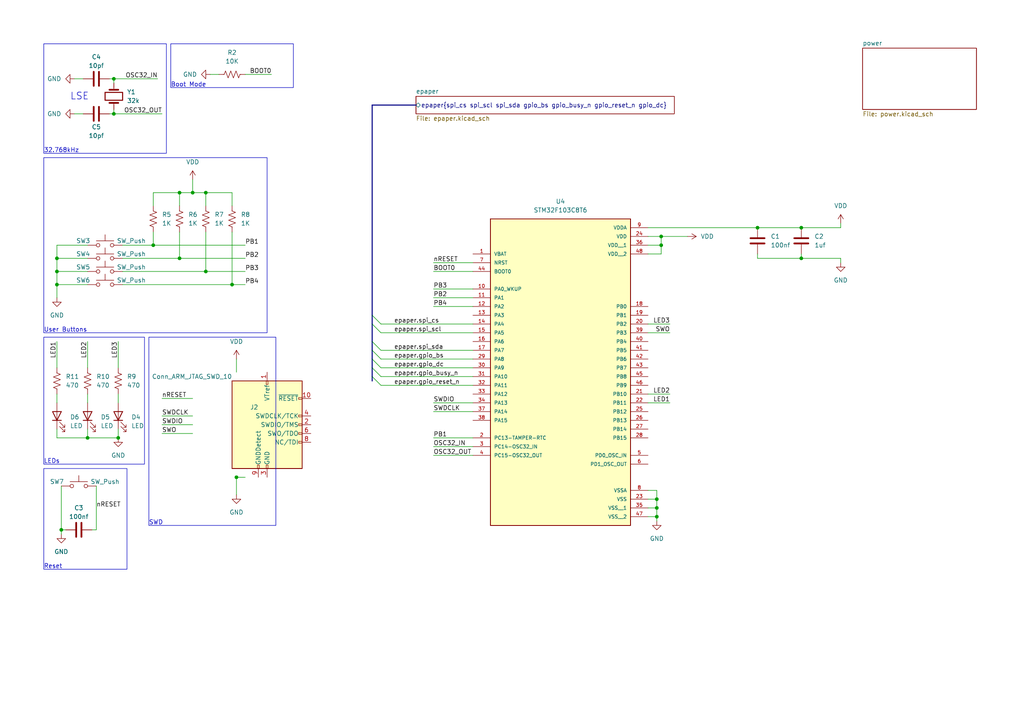
<source format=kicad_sch>
(kicad_sch (version 20230121) (generator eeschema)
  (paper "A4")
  (lib_symbols
    (symbol "Connector:Conn_ARM_JTAG_SWD_10" (pin_names (offset 1.016))
      (property "Reference" "J" (at -2.54 16.51 0))
      (property "Value" "Conn_ARM_JTAG_SWD_10" (at -2.54 13.97 0))
      (symbol "Conn_ARM_JTAG_SWD_10_0_1"
        (rectangle (start -10.16 12.7) (end 10.16 -12.7) (stroke (width 0.254)) (fill (type background)))
        (rectangle (start -2.794 -12.7) (end -2.286 -11.684))
        (rectangle (start -0.254 -12.7) (end 0.254 -11.684))
        (rectangle (start -0.254 12.7) (end 0.254 11.684))
        (rectangle (start 9.144 2.286) (end 10.16 2.794))
        (rectangle (start 10.16 -2.794) (end 9.144 -2.286))
        (rectangle (start 10.16 -0.254) (end 9.144 0.254))
        (rectangle (start 10.16 7.874) (end 9.144 7.366))
      )
      (symbol "Conn_ARM_JTAG_SWD_10_1_1"
        (rectangle (start 9.144 -5.334) (end 10.16 -4.826))
        (pin power_in line (at 0 15.24 270) (length 2.54) (name "VTref") (number "1"))
        (pin open_collector line (at 12.7 7.62 180) (length 2.54) (name "~{RESET}") (number "10"))
        (pin bidirectional line (at 12.7 0 180) (length 2.54) (name "SWDIO/TMS") (number "2"))
        (pin power_in line (at 0 -15.24 90) (length 2.54) (name "GND") (number "3"))
        (pin output line (at 12.7 2.54 180) (length 2.54) (name "SWDCLK/TCK") (number "4"))
        (pin passive line (at 0 -15.24 90) (length 2.54) hide (name "GND") (number "5"))
        (pin input line (at 12.7 -2.54 180) (length 2.54) (name "SWO/TDO") (number "6"))
        (pin no_connect line (at -10.16 0 0) (length 2.54) hide (name "KEY") (number "7"))
        (pin output line (at 12.7 -5.08 180) (length 2.54) (name "NC/TDI") (number "8"))
        (pin passive line (at -2.54 -15.24 90) (length 2.54) (name "GNDDetect") (number "9"))
      )
    )
    (symbol "Device:C" (pin_numbers hide) (pin_names (offset 0.254))
      (property "Reference" "C" (at 0.635 2.54 0))
      (property "Value" "C" (at 0.635 -2.54 0))
      (symbol "C_0_1"
        (polyline (pts (xy -2.032 -0.762) (xy 2.032 -0.762)) (stroke (width 0.508)))
        (polyline (pts (xy -2.032 0.762) (xy 2.032 0.762)) (stroke (width 0.508)))
      )
      (symbol "C_1_1"
        (pin passive line (at 0 3.81 270) (length 2.794) (name "~") (number "1"))
        (pin passive line (at 0 -3.81 90) (length 2.794) (name "~") (number "2"))
      )
    )
    (symbol "Device:Crystal" (pin_numbers hide) (pin_names (offset 1.016) hide)
      (property "Reference" "Y" (at 0 3.81 0))
      (property "Value" "Crystal" (at 0 -3.81 0))
      (symbol "Crystal_0_1"
        (rectangle (start -1.143 2.54) (end 1.143 -2.54) (stroke (width 0.3048)))
        (polyline (pts (xy -2.54 0) (xy -1.905 0)))
        (polyline (pts (xy -1.905 -1.27) (xy -1.905 1.27)) (stroke (width 0.508)))
        (polyline (pts (xy 1.905 -1.27) (xy 1.905 1.27)) (stroke (width 0.508)))
        (polyline (pts (xy 2.54 0) (xy 1.905 0)))
      )
      (symbol "Crystal_1_1"
        (pin passive line (at -3.81 0 0) (length 1.27) (name "1") (number "1"))
        (pin passive line (at 3.81 0 180) (length 1.27) (name "2") (number "2"))
      )
    )
    (symbol "Device:LED" (pin_numbers hide) (pin_names (offset 1.016) hide)
      (property "Reference" "D" (at 0 2.54 0))
      (property "Value" "LED" (at 0 -2.54 0))
      (symbol "LED_0_1"
        (polyline (pts (xy -1.27 -1.27) (xy -1.27 1.27)) (stroke (width 0.254)))
        (polyline (pts (xy -1.27 0) (xy 1.27 0)))
        (polyline (pts (xy 1.27 -1.27) (xy 1.27 1.27) (xy -1.27 0) (xy 1.27 -1.27)) (stroke (width 0.254)))
        (polyline (pts (xy -3.048 -0.762) (xy -4.572 -2.286) (xy -3.81 -2.286) (xy -4.572 -2.286) (xy -4.572 -1.524)))
        (polyline (pts (xy -1.778 -0.762) (xy -3.302 -2.286) (xy -2.54 -2.286) (xy -3.302 -2.286) (xy -3.302 -1.524)))
      )
      (symbol "LED_1_1"
        (pin passive line (at -3.81 0 0) (length 2.54) (name "K") (number "1"))
        (pin passive line (at 3.81 0 180) (length 2.54) (name "A") (number "2"))
      )
    )
    (symbol "Device:R_US" (pin_numbers hide) (pin_names (offset 0))
      (property "Reference" "R" (at 2.54 0 90))
      (property "Value" "R_US" (at -2.54 0 90))
      (symbol "R_US_0_1"
        (polyline (pts (xy 0 -2.286) (xy 0 -2.54)))
        (polyline (pts (xy 0 2.286) (xy 0 2.54)))
        (polyline (pts (xy 0 -0.762) (xy 1.016 -1.143) (xy 0 -1.524) (xy -1.016 -1.905) (xy 0 -2.286)))
        (polyline (pts (xy 0 0.762) (xy 1.016 0.381) (xy 0 0) (xy -1.016 -0.381) (xy 0 -0.762)))
        (polyline (pts (xy 0 2.286) (xy 1.016 1.905) (xy 0 1.524) (xy -1.016 1.143) (xy 0 0.762)))
      )
      (symbol "R_US_1_1"
        (pin passive line (at 0 3.81 270) (length 1.27) (name "~") (number "1"))
        (pin passive line (at 0 -3.81 90) (length 1.27) (name "~") (number "2"))
      )
    )
    (symbol "NoahLibrary:STM32F103C8T6" (pin_names (offset 1.016))
      (property "Reference" "U" (at -20.32 41.275 0))
      (property "Value" "STM32F103C8T6" (at -20.32 -50.8 0))
      (symbol "STM32F103C8T6_0_0"
        (rectangle (start -20.32 -48.26) (end 20.32 40.64) (stroke (width 0.254)) (fill (type background)))
        (pin bidirectional line (at -25.4 30.48 0) (length 5.08) (name "VBAT") (number "1"))
        (pin bidirectional line (at -25.4 20.32 0) (length 5.08) (name "PA0_WKUP") (number "10"))
        (pin bidirectional line (at -25.4 17.78 0) (length 5.08) (name "PA1") (number "11"))
        (pin bidirectional line (at -25.4 15.24 0) (length 5.08) (name "PA2") (number "12"))
        (pin bidirectional line (at -25.4 12.7 0) (length 5.08) (name "PA3") (number "13"))
        (pin bidirectional line (at -25.4 10.16 0) (length 5.08) (name "PA4") (number "14"))
        (pin bidirectional line (at -25.4 7.62 0) (length 5.08) (name "PA5") (number "15"))
        (pin bidirectional line (at -25.4 5.08 0) (length 5.08) (name "PA6") (number "16"))
        (pin bidirectional line (at -25.4 2.54 0) (length 5.08) (name "PA7") (number "17"))
        (pin bidirectional line (at 25.4 15.24 180) (length 5.08) (name "PB0") (number "18"))
        (pin bidirectional line (at 25.4 12.7 180) (length 5.08) (name "PB1") (number "19"))
        (pin bidirectional line (at -25.4 -22.86 0) (length 5.08) (name "PC13-TAMPER-RTC") (number "2"))
        (pin bidirectional line (at 25.4 10.16 180) (length 5.08) (name "PB2") (number "20"))
        (pin bidirectional line (at 25.4 -10.16 180) (length 5.08) (name "PB10") (number "21"))
        (pin bidirectional line (at 25.4 -12.7 180) (length 5.08) (name "PB11") (number "22"))
        (pin power_in line (at 25.4 -40.64 180) (length 5.08) (name "VSS") (number "23"))
        (pin power_in line (at 25.4 35.56 180) (length 5.08) (name "VDD") (number "24"))
        (pin bidirectional line (at 25.4 -15.24 180) (length 5.08) (name "PB12") (number "25"))
        (pin bidirectional line (at 25.4 -17.78 180) (length 5.08) (name "PB13") (number "26"))
        (pin bidirectional line (at 25.4 -20.32 180) (length 5.08) (name "PB14") (number "27"))
        (pin bidirectional line (at 25.4 -22.86 180) (length 5.08) (name "PB15") (number "28"))
        (pin bidirectional line (at -25.4 0 0) (length 5.08) (name "PA8") (number "29"))
        (pin bidirectional line (at -25.4 -25.4 0) (length 5.08) (name "PC14-OSC32_IN") (number "3"))
        (pin bidirectional line (at -25.4 -2.54 0) (length 5.08) (name "PA9") (number "30"))
        (pin bidirectional line (at -25.4 -5.08 0) (length 5.08) (name "PA10") (number "31"))
        (pin bidirectional line (at -25.4 -7.62 0) (length 5.08) (name "PA11") (number "32"))
        (pin bidirectional line (at -25.4 -10.16 0) (length 5.08) (name "PA12") (number "33"))
        (pin bidirectional line (at -25.4 -12.7 0) (length 5.08) (name "PA13") (number "34"))
        (pin power_in line (at 25.4 -43.18 180) (length 5.08) (name "VSS__1") (number "35"))
        (pin power_in line (at 25.4 33.02 180) (length 5.08) (name "VDD__1") (number "36"))
        (pin bidirectional line (at -25.4 -15.24 0) (length 5.08) (name "PA14") (number "37"))
        (pin bidirectional line (at -25.4 -17.78 0) (length 5.08) (name "PA15") (number "38"))
        (pin bidirectional line (at 25.4 7.62 180) (length 5.08) (name "PB3") (number "39"))
        (pin bidirectional line (at -25.4 -27.94 0) (length 5.08) (name "PC15-OSC32_OUT") (number "4"))
        (pin bidirectional line (at 25.4 5.08 180) (length 5.08) (name "PB4") (number "40"))
        (pin bidirectional line (at 25.4 2.54 180) (length 5.08) (name "PB5") (number "41"))
        (pin bidirectional line (at 25.4 0 180) (length 5.08) (name "PB6") (number "42"))
        (pin bidirectional line (at 25.4 -2.54 180) (length 5.08) (name "PB7") (number "43"))
        (pin input line (at -25.4 25.4 0) (length 5.08) (name "BOOT0") (number "44"))
        (pin bidirectional line (at 25.4 -5.08 180) (length 5.08) (name "PB8") (number "45"))
        (pin bidirectional line (at 25.4 -7.62 180) (length 5.08) (name "PB9") (number "46"))
        (pin power_in line (at 25.4 -45.72 180) (length 5.08) (name "VSS__2") (number "47"))
        (pin power_in line (at 25.4 30.48 180) (length 5.08) (name "VDD__2") (number "48"))
        (pin bidirectional line (at 25.4 -27.94 180) (length 5.08) (name "PD0_OSC_IN") (number "5"))
        (pin bidirectional line (at 25.4 -30.48 180) (length 5.08) (name "PD1_OSC_OUT") (number "6"))
        (pin input line (at -25.4 27.94 0) (length 5.08) (name "NRST") (number "7"))
        (pin power_in line (at 25.4 -38.1 180) (length 5.08) (name "VSSA") (number "8"))
        (pin power_in line (at 25.4 38.1 180) (length 5.08) (name "VDDA") (number "9"))
      )
    )
    (symbol "Switch:SW_Push" (pin_numbers hide) (pin_names (offset 1.016) hide)
      (property "Reference" "SW" (at 1.27 2.54 0))
      (property "Value" "SW_Push" (at 0 -1.524 0))
      (symbol "SW_Push_0_1"
        (circle (center -2.032 0) (radius 0.508))
        (polyline (pts (xy 0 1.27) (xy 0 3.048)))
        (polyline (pts (xy 2.54 1.27) (xy -2.54 1.27)))
        (circle (center 2.032 0) (radius 0.508))
        (pin passive line (at -5.08 0 0) (length 2.54) (name "1") (number "1"))
        (pin passive line (at 5.08 0 180) (length 2.54) (name "2") (number "2"))
      )
    )
    (symbol "power:GND" (power) (pin_names (offset 0))
      (property "Value" "GND" (at 0 -3.81 0))
      (symbol "GND_0_1"
        (polyline (pts (xy 0 0) (xy 0 -1.27) (xy 1.27 -1.27) (xy 0 -2.54) (xy -1.27 -1.27) (xy 0 -1.27)))
      )
      (symbol "GND_1_1"
        (pin power_in line (at 0 0 270) (length 0) hide (name "GND") (number "1"))
      )
    )
    (symbol "power:VDD" (power) (pin_names (offset 0))
      (property "Value" "VDD" (at 0 3.81 0))
      (symbol "VDD_0_1"
        (polyline (pts (xy -0.762 1.27) (xy 0 2.54)))
        (polyline (pts (xy 0 0) (xy 0 2.54)))
        (polyline (pts (xy 0 2.54) (xy 0.762 1.27)))
      )
      (symbol "VDD_1_1"
        (pin power_in line (at 0 0 90) (length 0) hide (name "VDD") (number "1"))
      )
    )
  )
  (junction (at 67.31 82.55))
  (junction (at 190.5 147.32))
  (junction (at 33.02 22.86))
  (junction (at 190.5 149.86))
  (junction (at 33.02 33.02))
  (junction (at 190.5 144.78))
  (junction (at 68.58 138.43))
  (junction (at 34.29 127))
  (junction (at 59.69 78.74))
  (junction (at 191.77 71.12))
  (junction (at 16.51 78.74))
  (junction (at 16.51 74.93))
  (junction (at 59.69 55.88))
  (junction (at 44.45 71.12))
  (junction (at 52.07 74.93))
  (junction (at 232.41 66.04))
  (junction (at 52.07 55.88))
  (junction (at 17.78 153.67))
  (junction (at 232.41 74.93))
  (junction (at 55.88 55.88))
  (junction (at 191.77 68.58))
  (junction (at 219.71 66.04))
  (junction (at 16.51 82.55))
  (junction (at 25.4 127))
  (bus_entry (at 107.95 106.68) (size 2.54 2.54))
  (bus_entry (at 107.95 91.44) (size 2.54 2.54))
  (bus_entry (at 107.95 109.22) (size 2.54 2.54))
  (bus_entry (at 107.95 99.06) (size 2.54 2.54))
  (bus_entry (at 107.95 93.98) (size 2.54 2.54))
  (bus_entry (at 107.95 101.6) (size 2.54 2.54))
  (bus_entry (at 107.95 104.14) (size 2.54 2.54))
  (wire (pts (xy 187.96 142.24) (xy 190.5 142.24)))
  (wire (pts (xy 125.73 132.08) (xy 137.16 132.08)))
  (wire (pts (xy 31.75 33.02) (xy 33.02 33.02)))
  (wire (pts (xy 17.78 153.67) (xy 17.78 154.94)))
  (wire (pts (xy 52.07 67.31) (xy 52.07 74.93)))
  (wire (pts (xy 67.31 55.88) (xy 67.31 59.69)))
  (wire (pts (xy 46.99 125.73) (xy 55.88 125.73)))
  (wire (pts (xy 59.69 55.88) (xy 59.69 59.69)))
  (wire (pts (xy 187.96 116.84) (xy 194.31 116.84)))
  (bus (pts (xy 107.95 104.14) (xy 107.95 106.68)))
  (wire (pts (xy 16.51 127) (xy 25.4 127)))
  (bus (pts (xy 120.65 30.48) (xy 107.95 30.48)))
  (wire (pts (xy 68.58 138.43) (xy 71.12 138.43)))
  (wire (pts (xy 21.59 33.02) (xy 24.13 33.02)))
  (wire (pts (xy 21.59 22.86) (xy 24.13 22.86)))
  (wire (pts (xy 125.73 116.84) (xy 137.16 116.84)))
  (bus (pts (xy 107.95 99.06) (xy 107.95 101.6)))
  (wire (pts (xy 34.29 99.06) (xy 34.29 106.68)))
  (wire (pts (xy 187.96 66.04) (xy 219.71 66.04)))
  (wire (pts (xy 232.41 74.93) (xy 232.41 73.66)))
  (wire (pts (xy 44.45 71.12) (xy 71.12 71.12)))
  (wire (pts (xy 16.51 71.12) (xy 16.51 74.93)))
  (wire (pts (xy 55.88 52.07) (xy 55.88 55.88)))
  (wire (pts (xy 52.07 55.88) (xy 52.07 59.69)))
  (wire (pts (xy 125.73 127) (xy 137.16 127)))
  (wire (pts (xy 187.96 149.86) (xy 190.5 149.86)))
  (wire (pts (xy 71.12 21.59) (xy 78.74 21.59)))
  (wire (pts (xy 46.99 115.57) (xy 55.88 115.57)))
  (wire (pts (xy 25.4 71.12) (xy 16.51 71.12)))
  (wire (pts (xy 232.41 74.93) (xy 219.71 74.93)))
  (wire (pts (xy 27.94 140.97) (xy 27.94 153.67)))
  (wire (pts (xy 46.99 120.65) (xy 55.88 120.65)))
  (wire (pts (xy 110.49 101.6) (xy 137.16 101.6)))
  (wire (pts (xy 25.4 114.3) (xy 25.4 116.84)))
  (wire (pts (xy 67.31 67.31) (xy 67.31 82.55)))
  (wire (pts (xy 191.77 68.58) (xy 191.77 71.12)))
  (wire (pts (xy 34.29 124.46) (xy 34.29 127)))
  (wire (pts (xy 67.31 82.55) (xy 71.12 82.55)))
  (wire (pts (xy 16.51 114.3) (xy 16.51 116.84)))
  (wire (pts (xy 25.4 124.46) (xy 25.4 127)))
  (wire (pts (xy 110.49 106.68) (xy 137.16 106.68)))
  (wire (pts (xy 33.02 22.86) (xy 33.02 24.13)))
  (wire (pts (xy 190.5 147.32) (xy 190.5 149.86)))
  (wire (pts (xy 125.73 86.36) (xy 137.16 86.36)))
  (wire (pts (xy 44.45 67.31) (xy 44.45 71.12)))
  (wire (pts (xy 190.5 144.78) (xy 190.5 147.32)))
  (wire (pts (xy 34.29 114.3) (xy 34.29 116.84)))
  (wire (pts (xy 33.02 22.86) (xy 45.72 22.86)))
  (bus (pts (xy 107.95 93.98) (xy 107.95 99.06)))
  (bus (pts (xy 107.95 106.68) (xy 107.95 109.22)))
  (wire (pts (xy 52.07 74.93) (xy 71.12 74.93)))
  (wire (pts (xy 191.77 71.12) (xy 191.77 73.66)))
  (wire (pts (xy 219.71 66.04) (xy 232.41 66.04)))
  (wire (pts (xy 232.41 66.04) (xy 243.84 66.04)))
  (wire (pts (xy 46.99 123.19) (xy 55.88 123.19)))
  (wire (pts (xy 35.56 78.74) (xy 59.69 78.74)))
  (wire (pts (xy 59.69 55.88) (xy 67.31 55.88)))
  (wire (pts (xy 243.84 66.04) (xy 243.84 64.77)))
  (wire (pts (xy 17.78 140.97) (xy 17.78 153.67)))
  (wire (pts (xy 16.51 82.55) (xy 16.51 86.36)))
  (bus (pts (xy 107.95 101.6) (xy 107.95 104.14)))
  (wire (pts (xy 243.84 74.93) (xy 232.41 74.93)))
  (wire (pts (xy 110.49 104.14) (xy 137.16 104.14)))
  (wire (pts (xy 16.51 124.46) (xy 16.51 127)))
  (wire (pts (xy 125.73 76.2) (xy 137.16 76.2)))
  (wire (pts (xy 191.77 73.66) (xy 187.96 73.66)))
  (wire (pts (xy 68.58 138.43) (xy 68.58 143.51)))
  (wire (pts (xy 187.96 114.3) (xy 194.31 114.3)))
  (wire (pts (xy 190.5 142.24) (xy 190.5 144.78)))
  (wire (pts (xy 55.88 55.88) (xy 59.69 55.88)))
  (wire (pts (xy 35.56 71.12) (xy 44.45 71.12)))
  (wire (pts (xy 16.51 78.74) (xy 25.4 78.74)))
  (wire (pts (xy 44.45 55.88) (xy 52.07 55.88)))
  (wire (pts (xy 25.4 99.06) (xy 25.4 106.68)))
  (wire (pts (xy 187.96 68.58) (xy 191.77 68.58)))
  (wire (pts (xy 187.96 93.98) (xy 194.31 93.98)))
  (wire (pts (xy 187.96 144.78) (xy 190.5 144.78)))
  (wire (pts (xy 191.77 68.58) (xy 199.39 68.58)))
  (wire (pts (xy 26.67 153.67) (xy 27.94 153.67)))
  (wire (pts (xy 33.02 33.02) (xy 33.02 31.75)))
  (wire (pts (xy 16.51 78.74) (xy 16.51 82.55)))
  (wire (pts (xy 125.73 119.38) (xy 137.16 119.38)))
  (wire (pts (xy 35.56 74.93) (xy 52.07 74.93)))
  (wire (pts (xy 243.84 74.93) (xy 243.84 76.2)))
  (bus (pts (xy 107.95 30.48) (xy 107.95 91.44)))
  (wire (pts (xy 33.02 33.02) (xy 46.99 33.02)))
  (wire (pts (xy 16.51 82.55) (xy 25.4 82.55)))
  (wire (pts (xy 60.96 21.59) (xy 63.5 21.59)))
  (wire (pts (xy 110.49 96.52) (xy 137.16 96.52)))
  (bus (pts (xy 107.95 91.44) (xy 107.95 93.98)))
  (wire (pts (xy 16.51 99.06) (xy 16.51 106.68)))
  (wire (pts (xy 16.51 74.93) (xy 16.51 78.74)))
  (wire (pts (xy 125.73 88.9) (xy 137.16 88.9)))
  (wire (pts (xy 190.5 149.86) (xy 190.5 151.13)))
  (wire (pts (xy 35.56 82.55) (xy 67.31 82.55)))
  (wire (pts (xy 59.69 67.31) (xy 59.69 78.74)))
  (wire (pts (xy 44.45 55.88) (xy 44.45 59.69)))
  (wire (pts (xy 110.49 111.76) (xy 137.16 111.76)))
  (wire (pts (xy 125.73 129.54) (xy 137.16 129.54)))
  (wire (pts (xy 187.96 96.52) (xy 194.31 96.52)))
  (wire (pts (xy 31.75 22.86) (xy 33.02 22.86)))
  (wire (pts (xy 110.49 109.22) (xy 137.16 109.22)))
  (wire (pts (xy 187.96 71.12) (xy 191.77 71.12)))
  (wire (pts (xy 16.51 74.93) (xy 25.4 74.93)))
  (wire (pts (xy 219.71 74.93) (xy 219.71 73.66)))
  (wire (pts (xy 52.07 55.88) (xy 55.88 55.88)))
  (wire (pts (xy 25.4 127) (xy 34.29 127)))
  (wire (pts (xy 125.73 83.82) (xy 137.16 83.82)))
  (wire (pts (xy 187.96 147.32) (xy 190.5 147.32)))
  (wire (pts (xy 110.49 93.98) (xy 137.16 93.98)))
  (wire (pts (xy 17.78 153.67) (xy 19.05 153.67)))
  (wire (pts (xy 68.58 104.14) (xy 68.58 107.95)))
  (wire (pts (xy 59.69 78.74) (xy 71.12 78.74)))
  (bus (pts (xy 107.95 109.22) (xy 107.95 110.49)))
  (wire (pts (xy 125.73 78.74) (xy 137.16 78.74)))
  (rectangle (start 12.7 97.79) (end 41.91 134.62))
  (rectangle (start 49.53 12.7) (end 85.09 25.4))
  (rectangle (start 43.18 97.79) (end 80.01 152.4))
  (rectangle (start 12.7 135.89) (end 36.83 165.1))
  (rectangle (start 12.7 12.7) (end 48.26 44.45))
  (rectangle (start 12.7 45.72) (end 77.47 96.52))
  (text "Boot Mode\n" (at 49.53 25.4 0) (effects (font (size 1.27 1.27)) (justify left bottom)))
  (text "User Buttons" (at 12.7 96.52 0) (effects (font (size 1.27 1.27)) (justify left bottom)))
  (text "LSE" (at 20.32 29.21 0) (effects (font (size 2 2)) (justify left bottom)))
  (text "32.768kHz" (at 12.7 44.45 0) (effects (font (size 1.27 1.27)) (justify left bottom)))
  (text "SWD" (at 43.18 152.4 0) (effects (font (size 1.27 1.27)) (justify left bottom)))
  (text "LEDs" (at 12.7 134.62 0) (effects (font (size 1.27 1.27)) (justify left bottom)))
  (text "Reset" (at 12.7 165.1 0) (effects (font (size 1.27 1.27)) (justify left bottom)))
  (label "LED1" (at 194.31 116.84 180))
  (label "epaper.gpio_dc" (at 114.3 106.68 0))
  (label "SWO" (at 194.31 96.52 180))
  (label "SWDIO" (at 46.99 123.19 0))
  (label "SWDIO" (at 125.73 116.84 0))
  (label "LED3" (at 194.31 93.98 180))
  (label "epaper.gpio_reset_n" (at 114.3 111.76 0))
  (label "epaper.spi_cs" (at 114.3 93.98 0))
  (label "OSC32_OUT" (at 46.99 33.02 180))
  (label "BOOT0" (at 78.74 21.59 180))
  (label "OSC32_IN" (at 45.72 22.86 180))
  (label "PB1" (at 71.12 71.12 0))
  (label "PB4" (at 125.73 88.9 0))
  (label "LED2" (at 194.31 114.3 180))
  (label "OSC32_OUT" (at 125.73 132.08 0))
  (label "LED3" (at 34.29 99.06 270))
  (label "PB2" (at 125.73 86.36 0))
  (label "PB4" (at 71.12 82.55 0))
  (label "nRESET" (at 125.73 76.2 0))
  (label "nRESET" (at 46.99 115.57 0))
  (label "SWDCLK" (at 125.73 119.38 0))
  (label "PB1" (at 125.73 127 0))
  (label "nRESET" (at 27.94 147.32 0))
  (label "epaper.spi_scl" (at 114.3 96.52 0))
  (label "PB2" (at 71.12 74.93 0))
  (label "BOOT0" (at 125.73 78.74 0))
  (label "epaper.gpio_busy_n" (at 114.3 109.22 0))
  (label "PB3" (at 125.73 83.82 0))
  (label "SWDCLK" (at 46.99 120.65 0))
  (label "epaper.gpio_bs" (at 114.3 104.14 0))
  (label "OSC32_IN" (at 125.73 129.54 0))
  (label "LED1" (at 16.51 99.06 270))
  (label "LED2" (at 25.4 99.06 270))
  (label "epaper.spi_sda" (at 114.3 101.6 0))
  (label "PB3" (at 71.12 78.74 0))
  (label "SWO" (at 46.99 125.73 0))
  (symbol (lib_id "Device:C") (at 232.41 69.85 0) (unit 1)
    (property "Reference" "C2" (at 236.22 68.58 0) (effects (justify left)))
    (property "Value" "1uf" (at 236.22 71.12 0) (effects (justify left)))
    (property "Footprint" "Capacitor_SMD:C_0603_1608Metric" (effects hide))
    (property "Link To Purchase" "https://www.mouser.com/ProductDetail/TAIYO-YUDEN/MSASU168AB7105KTNA01?qs=tlsG%2FOw5FFi8%2FWa2DKtI4Q%3D%3D" (effects hide))
    (property "Part Number" "MSASU168AB7105KTNA01" (effects hide))
    (property "JLCPCB Part #" "C90540" (effects hide))
  )
  (symbol (lib_id "power:GND") (at 68.58 143.51 0) (unit 1)
    (property "Reference" "#PWR015" (effects hide))
    (property "Value" "GND" (at 68.58 148.59 0))
  )
  (symbol (lib_id "Device:R_US") (at 67.31 63.5 180) (unit 1)
    (property "Reference" "R8" (at 69.85 62.23 0) (effects (justify right)))
    (property "Value" "1K" (at 69.85 64.77 0) (effects (justify right)))
    (property "Footprint" "Resistor_SMD:R_0603_1608Metric" (effects hide))
    (property "Link To Purchase" "https://www.mouser.com/ProductDetail/Vishay-Dale/CRCW06031K00DHEBP?qs=sGAEpiMZZMtlubZbdhIBIEwnecvLzJsplaoLteA%252BENo%3D" (effects hide))
    (property "Part Number" "AC0603JR-071KL" (effects hide))
    (property "JLCPCB Part #" "C144622" (effects hide))
  )
  (symbol (lib_id "Device:LED") (at 16.51 120.65 90) (unit 1)
    (property "Reference" "D6" (at 20.32 120.9675 90) (effects (justify right)))
    (property "Value" "LED" (at 20.32 123.5075 90) (effects (justify right)))
    (property "Footprint" "LED_SMD:LED_1206_3216Metric" (effects hide))
    (property "Part Number" "LTST-C150KFKT" (effects hide))
    (property "Link To Purchase" "https://www.mouser.com/ProductDetail/Broadcom-Avago/HSMA-C350?qs=sGAEpiMZZMvyj6n1w4pZD6eAxfjFR14DHNFAzi4KriaarARIwbsUkg%3D%3D" (effects hide))
    (property "JLCPCB Part #" "C284937" (effects hide))
  )
  (symbol (lib_id "power:VDD") (at 199.39 68.58 270) (unit 1)
    (property "Reference" "#PWR010" (effects hide))
    (property "Value" "VDD" (at 203.2 68.58 90) (effects (justify left)))
  )
  (symbol (lib_id "Switch:SW_Push") (at 22.86 140.97 0) (unit 1)
    (property "Reference" "SW7" (at 16.51 139.7 0))
    (property "Value" "SW_Push" (at 30.48 139.7 0))
    (property "Footprint" "NoahFootprintLib:PTS526" (effects hide))
    (property "Link To Purchase" "https://www.mouser.com/ProductDetail/CK/PTS526SMG20SMTR21-LFS?qs=MyNHzdoqoQLOqPcVU%2F1RhA%3D%3D" (effects hide))
    (property "Part Number" "PTS526SM15SMTR2LFS" (effects hide))
    (property "JLCPCB Part #" "C2689538" (effects hide))
  )
  (symbol (lib_id "Switch:SW_Push") (at 30.48 74.93 0) (unit 1)
    (property "Reference" "SW4" (at 24.13 73.66 0))
    (property "Value" "SW_Push" (at 38.1 73.66 0))
    (property "Footprint" "NoahFootprintLib:PTS526" (effects hide))
    (property "Link To Purchase" "https://www.mouser.com/ProductDetail/CK/PTS526SMG20SMTR21-LFS?qs=MyNHzdoqoQLOqPcVU%2F1RhA%3D%3D" (effects hide))
    (property "Part Number" "PTS526SM15SMTR2LFS" (effects hide))
    (property "JLCPCB Part #" "C2689538" (effects hide))
  )
  (symbol (lib_id "Device:R_US") (at 44.45 63.5 180) (unit 1)
    (property "Reference" "R5" (at 46.99 62.23 0) (effects (justify right)))
    (property "Value" "1K" (at 46.99 64.77 0) (effects (justify right)))
    (property "Footprint" "Resistor_SMD:R_0603_1608Metric" (effects hide))
    (property "Link To Purchase" "https://www.mouser.com/ProductDetail/Vishay-Dale/CRCW06031K00DHEBP?qs=sGAEpiMZZMtlubZbdhIBIEwnecvLzJsplaoLteA%252BENo%3D" (effects hide))
    (property "Part Number" "AC0603JR-071KL" (effects hide))
    (property "JLCPCB Part #" "C144622" (effects hide))
  )
  (symbol (lib_id "Device:R_US") (at 25.4 110.49 180) (unit 1)
    (property "Reference" "R10" (at 27.94 109.22 0) (effects (justify right)))
    (property "Value" "470" (at 27.94 111.76 0) (effects (justify right)))
    (property "Footprint" "Resistor_SMD:R_0603_1608Metric" (effects hide))
    (property "Part Number" "RM06JTN470" (effects hide))
    (property "Link To Purchase" "https://www.mouser.com/ProductDetail/Vishay-Beyschlag/MCT06030C4700FP500?qs=XsZ9OvPb0dt82KlzjdcMjQ%3D%3D" (effects hide))
    (property "JLCPCB Part #" "C254549" (effects hide))
  )
  (symbol (lib_id "power:VDD") (at 55.88 52.07 0) (unit 1)
    (property "Reference" "#PWR023" (effects hide))
    (property "Value" "VDD" (at 55.88 46.99 0))
  )
  (symbol (lib_id "Device:R_US") (at 34.29 110.49 180) (unit 1)
    (property "Reference" "R9" (at 36.83 109.22 0) (effects (justify right)))
    (property "Value" "470" (at 36.83 111.76 0) (effects (justify right)))
    (property "Footprint" "Resistor_SMD:R_0603_1608Metric" (effects hide))
    (property "Part Number" "RM06JTN470" (effects hide))
    (property "Link To Purchase" "https://www.mouser.com/ProductDetail/Vishay-Beyschlag/MCT06030C4700FP500?qs=XsZ9OvPb0dt82KlzjdcMjQ%3D%3D" (effects hide))
    (property "JLCPCB Part #" "C254549" (effects hide))
  )
  (symbol (lib_id "Device:C") (at 219.71 69.85 0) (unit 1)
    (property "Reference" "C1" (at 223.52 68.58 0) (effects (justify left)))
    (property "Value" "100nf" (at 223.52 71.12 0) (effects (justify left)))
    (property "Footprint" "Capacitor_SMD:C_0603_1608Metric" (effects hide))
    (property "Link To Purchase" "https://www.mouser.com/ProductDetail/KYOCERA-AVX/KAM15AR71H104KT?qs=Jm2GQyTW%2Fbh2%2FGRPGE98wA%3D%3D" (effects hide))
    (property "Part Number" "KAM15AR71H104KT" (effects hide))
    (property "JLCPCB Part #" "C14663" (effects hide))
  )
  (symbol (lib_id "power:GND") (at 243.84 76.2 0) (unit 1)
    (property "Reference" "#PWR04" (effects hide))
    (property "Value" "GND" (at 243.84 81.28 0))
  )
  (symbol (lib_id "power:VDD") (at 68.58 104.14 0) (unit 1)
    (property "Reference" "#PWR014" (effects hide))
    (property "Value" "VDD" (at 68.58 99.06 0))
  )
  (symbol (lib_id "power:GND") (at 21.59 22.86 270) (unit 1)
    (property "Reference" "#PWR08" (effects hide))
    (property "Value" "GND" (at 17.78 22.86 90) (effects (justify right)))
  )
  (symbol (lib_id "power:GND") (at 60.96 21.59 270) (unit 1)
    (property "Reference" "#PWR06" (effects hide))
    (property "Value" "GND" (at 57.15 21.59 90) (effects (justify right)))
  )
  (symbol (lib_id "Device:C") (at 27.94 33.02 90) (unit 1)
    (property "Reference" "C5" (at 27.94 36.83 90))
    (property "Value" "10pf" (at 27.94 39.37 90))
    (property "Footprint" "Capacitor_SMD:C_0402_1005Metric" (effects hide))
    (property "Link To Purchase" "https://www.mouser.com/ProductDetail/KYOCERA-AVX/04023A100DAT2A?qs=Op3aA%252BNiUY4mkEZ8vW%2FVUA%3D%3D" (effects hide))
    (property "Part Number" "C0402C0G100J500NTB" (effects hide))
    (property "JLCPCB Part #" "C115606" (effects hide))
  )
  (symbol (lib_id "Device:R_US") (at 67.31 21.59 90) (unit 1)
    (property "Reference" "R2" (at 67.31 15.24 90))
    (property "Value" "10K" (at 67.31 17.78 90))
    (property "Footprint" "Resistor_SMD:R_0603_1608Metric" (effects hide))
    (property "Link To Purchase" "https://www.mouser.com/ProductDetail/Vishay-Dale/CRCW060310K0DHEAP?qs=sGAEpiMZZMtG0KNrPCHnjbD5EksNHRvvwR24PjuumVs%3D" (effects hide))
    (property "Part Number" "CRCW060310K0DHEAP" (effects hide))
    (property "JLCPCB Part #" "C25804" (effects hide))
  )
  (symbol (lib_id "NoahLibrary:STM32F103C8T6") (at 162.56 104.14 0) (unit 1)
    (property "Reference" "U4" (at 162.56 58.42 0))
    (property "Value" "STM32F103C8T6" (at 162.56 60.96 0))
    (property "Footprint" "NoahFootprintLib:LQFP-48" (effects hide))
    (property "PARTREV" "10" (effects hide))
    (property "MANUFACTURER" "ST Microelectronics" (effects hide))
    (property "STANDARD" "IPC7351B" (effects hide))
    (property "Part Number" "STM32F103C8T6" (effects hide))
    (property "JLCPCB Part #" "C8734" (effects hide))
  )
  (symbol (lib_id "Device:LED") (at 25.4 120.65 90) (unit 1)
    (property "Reference" "D5" (at 29.21 120.9675 90) (effects (justify right)))
    (property "Value" "LED" (at 29.21 123.5075 90) (effects (justify right)))
    (property "Footprint" "LED_SMD:LED_1206_3216Metric" (effects hide))
    (property "Part Number" "LTST-C150KFKT" (effects hide))
    (property "Link To Purchase" "https://www.mouser.com/ProductDetail/Broadcom-Avago/HSMA-C350?qs=sGAEpiMZZMvyj6n1w4pZD6eAxfjFR14DHNFAzi4KriaarARIwbsUkg%3D%3D" (effects hide))
    (property "JLCPCB Part #" "C284937" (effects hide))
  )
  (symbol (lib_id "power:GND") (at 21.59 33.02 270) (unit 1)
    (property "Reference" "#PWR09" (effects hide))
    (property "Value" "GND" (at 17.78 33.02 90) (effects (justify right)))
  )
  (symbol (lib_id "Device:R_US") (at 59.69 63.5 180) (unit 1)
    (property "Reference" "R7" (at 62.23 62.23 0) (effects (justify right)))
    (property "Value" "1K" (at 62.23 64.77 0) (effects (justify right)))
    (property "Footprint" "Resistor_SMD:R_0603_1608Metric" (effects hide))
    (property "Link To Purchase" "https://www.mouser.com/ProductDetail/Vishay-Dale/CRCW06031K00DHEBP?qs=sGAEpiMZZMtlubZbdhIBIEwnecvLzJsplaoLteA%252BENo%3D" (effects hide))
    (property "Part Number" "AC0603JR-071KL" (effects hide))
    (property "JLCPCB Part #" "C144622" (effects hide))
  )
  (symbol (lib_id "Device:LED") (at 34.29 120.65 90) (unit 1)
    (property "Reference" "D4" (at 38.1 120.9675 90) (effects (justify right)))
    (property "Value" "LED" (at 38.1 123.5075 90) (effects (justify right)))
    (property "Footprint" "LED_SMD:LED_1206_3216Metric" (effects hide))
    (property "Part Number" "LTST-C150KFKT" (effects hide))
    (property "Link To Purchase" "https://www.mouser.com/ProductDetail/Broadcom-Avago/HSMA-C350?qs=sGAEpiMZZMvyj6n1w4pZD6eAxfjFR14DHNFAzi4KriaarARIwbsUkg%3D%3D" (effects hide))
    (property "JLCPCB Part #" "C284937" (effects hide))
  )
  (symbol (lib_id "Switch:SW_Push") (at 30.48 71.12 0) (unit 1)
    (property "Reference" "SW3" (at 24.13 69.85 0))
    (property "Value" "SW_Push" (at 38.1 69.85 0))
    (property "Footprint" "NoahFootprintLib:PTS526" (effects hide))
    (property "Link To Purchase" "https://www.mouser.com/ProductDetail/CK/PTS526SMG20SMTR21-LFS?qs=MyNHzdoqoQLOqPcVU%2F1RhA%3D%3D" (effects hide))
    (property "Part Number" "PTS526SM15SMTR2LFS" (effects hide))
    (property "JLCPCB Part #" "C2689538" (effects hide))
  )
  (symbol (lib_id "Device:R_US") (at 16.51 110.49 180) (unit 1)
    (property "Reference" "R11" (at 19.05 109.22 0) (effects (justify right)))
    (property "Value" "470" (at 19.05 111.76 0) (effects (justify right)))
    (property "Footprint" "Resistor_SMD:R_0603_1608Metric" (effects hide))
    (property "Part Number" "RM06JTN470" (effects hide))
    (property "Link To Purchase" "https://www.mouser.com/ProductDetail/Vishay-Beyschlag/MCT06030C4700FP500?qs=XsZ9OvPb0dt82KlzjdcMjQ%3D%3D" (effects hide))
    (property "JLCPCB Part #" "C254549" (effects hide))
  )
  (symbol (lib_id "Device:C") (at 27.94 22.86 90) (unit 1)
    (property "Reference" "C4" (at 27.94 16.51 90))
    (property "Value" "10pf" (at 27.94 19.05 90))
    (property "Footprint" "Capacitor_SMD:C_0402_1005Metric" (effects hide))
    (property "Link To Purchase" "https://www.mouser.com/ProductDetail/KYOCERA-AVX/04023A100DAT2A?qs=Op3aA%252BNiUY4mkEZ8vW%2FVUA%3D%3D" (effects hide))
    (property "Part Number" "C0402C0G100J500NTB" (effects hide))
    (property "JLCPCB Part #" "C115606" (effects hide))
  )
  (symbol (lib_id "power:GND") (at 16.51 86.36 0) (unit 1)
    (property "Reference" "#PWR024" (effects hide))
    (property "Value" "GND" (at 16.51 91.44 0))
  )
  (symbol (lib_id "Device:Crystal") (at 33.02 27.94 270) (unit 1)
    (property "Reference" "Y1" (at 36.83 26.67 90) (effects (justify left)))
    (property "Value" "32k" (at 36.83 29.21 90) (effects (justify left)))
    (property "Footprint" "Crystal:Crystal_SMD_3215-2Pin_3.2x1.5mm" (effects hide))
    (property "Part Number" "SF32K32768D91T-B" (effects hide))
    (property "Link To Purchase" "https://www.mouser.com/ProductDetail/Epson-Timing/FC2012SN-32.768K-90NNA0KC0?qs=HoCaDK9Nz5e2hHfst9nD9Q%3D%3D" (effects hide))
    (property "JLCPCB Part #" "C907542" (effects hide))
  )
  (symbol (lib_id "power:GND") (at 190.5 151.13 0) (unit 1)
    (property "Reference" "#PWR02" (effects hide))
    (property "Value" "GND" (at 190.5 156.21 0))
  )
  (symbol (lib_id "power:GND") (at 17.78 154.94 0) (unit 1)
    (property "Reference" "#PWR07" (effects hide))
    (property "Value" "GND" (at 17.78 160.02 0))
  )
  (symbol (lib_id "power:GND") (at 34.29 127 0) (unit 1)
    (property "Reference" "#PWR028" (effects hide))
    (property "Value" "GND" (at 34.29 132.08 0))
  )
  (symbol (lib_id "power:VDD") (at 243.84 64.77 0) (unit 1)
    (property "Reference" "#PWR03" (effects hide))
    (property "Value" "VDD" (at 243.84 59.69 0))
  )
  (symbol (lib_id "Device:R_US") (at 52.07 63.5 180) (unit 1)
    (property "Reference" "R6" (at 54.61 62.23 0) (effects (justify right)))
    (property "Value" "1K" (at 54.61 64.77 0) (effects (justify right)))
    (property "Footprint" "Resistor_SMD:R_0603_1608Metric" (effects hide))
    (property "Link To Purchase" "https://www.mouser.com/ProductDetail/Vishay-Dale/CRCW06031K00DHEBP?qs=sGAEpiMZZMtlubZbdhIBIEwnecvLzJsplaoLteA%252BENo%3D" (effects hide))
    (property "Part Number" "AC0603JR-071KL" (effects hide))
    (property "JLCPCB Part #" "C144622" (effects hide))
  )
  (symbol (lib_id "Switch:SW_Push") (at 30.48 78.74 0) (unit 1)
    (property "Reference" "SW5" (at 24.13 77.47 0))
    (property "Value" "SW_Push" (at 38.1 77.47 0))
    (property "Footprint" "NoahFootprintLib:PTS526" (effects hide))
    (property "Link To Purchase" "https://www.mouser.com/ProductDetail/CK/PTS526SMG20SMTR21-LFS?qs=MyNHzdoqoQLOqPcVU%2F1RhA%3D%3D" (effects hide))
    (property "Part Number" "PTS526SM15SMTR2LFS" (effects hide))
    (property "JLCPCB Part #" "C2689538" (effects hide))
  )
  (symbol (lib_id "Switch:SW_Push") (at 30.48 82.55 0) (unit 1)
    (property "Reference" "SW6" (at 24.13 81.28 0))
    (property "Value" "SW_Push" (at 38.1 81.28 0))
    (property "Footprint" "NoahFootprintLib:PTS526" (effects hide))
    (property "Link To Purchase" "https://www.mouser.com/ProductDetail/CK/PTS526SMG20SMTR21-LFS?qs=MyNHzdoqoQLOqPcVU%2F1RhA%3D%3D" (effects hide))
    (property "Part Number" "PTS526SM15SMTR2LFS" (effects hide))
    (property "JLCPCB Part #" "C2689538" (effects hide))
  )
  (symbol (lib_id "Device:C") (at 22.86 153.67 90) (unit 1)
    (property "Reference" "C3" (at 22.86 147.32 90))
    (property "Value" "100nf" (at 22.86 149.86 90))
    (property "Footprint" "Capacitor_SMD:C_0603_1608Metric" (effects hide))
    (property "Link To Purchase" "https://www.mouser.com/ProductDetail/KYOCERA-AVX/KAM15AR71H104KT?qs=Jm2GQyTW%2Fbh2%2FGRPGE98wA%3D%3D" (effects hide))
    (property "Part Number" "KAM15AR71H104KT" (effects hide))
    (property "JLCPCB Part #" "C14663" (effects hide))
  )
  (symbol (lib_id "Connector:Conn_ARM_JTAG_SWD_10") (at 77.47 123.19 0) (unit 1)
    (property "Reference" "J2" (at 74.93 118.11 0) (effects (justify right)))
    (property "Value" "Conn_ARM_JTAG_SWD_10" (at 67.31 109.22 0) (effects (justify right)))
    (property "Footprint" "Connector_PinHeader_1.27mm:PinHeader_2x05_P1.27mm_Vertical_SMD" (effects hide))
    (property "Datasheet" "http://infocenter.arm.com/help/topic/com.arm.doc.ddi0314h/DDI0314H_coresight_components_trm.pdf" (effects hide))
    (property "Link To Purchase" "https://www.mouser.com/ProductDetail/Amphenol-FCI/20021121-00010T4LF?qs=oJs1R%252BxK6kTva5Su0CuB6g%3D%3D" (effects hide))
    (property "Part Number" "20021121-00010T4LF" (effects hide))
    (property "JLCPCB Part #" "C598540" (effects hide))
  )
  (sheet (at 120.65 27.94) (size 74.93 5.08) (stroke (width 0.1524))
    (property "Sheetname" "epaper" (at 120.65 27.2284 0) (effects (justify left bottom)))
    (property "Sheetfile" "epaper.kicad_sch" (at 120.65 33.6046 0) (effects (justify left top)))
    (pin "epaper{spi_cs spi_scl spi_sda gpio_bs gpio_busy_n gpio_reset_n gpio_dc}" bidirectional (at 120.65 30.48 180))
  )
  (sheet (at 250.19 13.97) (size 33.02 17.78) (stroke (width 0.1524))
    (property "Sheetname" "power" (at 250.19 13.2584 0) (effects (justify left bottom)))
    (property "Sheetfile" "power.kicad_sch" (at 250.19 32.3346 0) (effects (justify left top)))
  )
)
</source>
